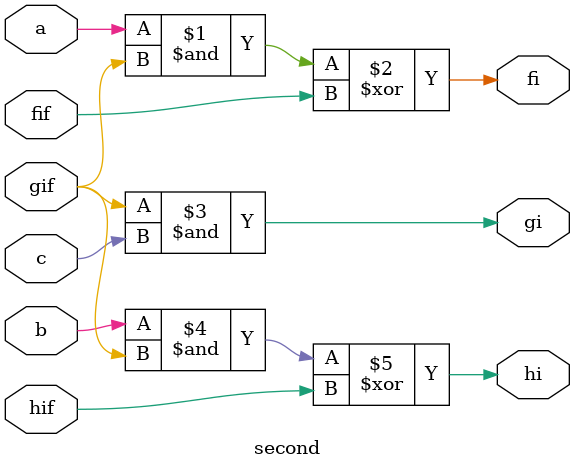
<source format=v>
`timescale 1ns / 1ps

module comparator (
    input [31:0] A,B,
    output L
);

    wire [31:0] a,b,c,fi,gi,hi;


    first f31(.A(A[31]),.B(B[31]),.a(a[31]),.b(b[31]),.c(c[31]));
    second g31(.a(a[31]),.b(b[31]),.c(c[31]),.fif(1'b0),.gif(1'b1),.hif(1'b0),.fi(fi[31]),.gi(gi[31]),.hi(hi[31]));

    genvar i;
    generate
        for (i=31 ;i>0 ;i=i-1 ) begin
            first fik(.A(A[i-1]),.B(B[i-1]),.a(a[i-1]),.b(b[i-1]),.c(c[i-1]));
            second gik(.a(a[i-1]),.b(b[i-1]),.c(c[i-1]),.fif(fi[i]),.gif(gi[i]),.hif(hi[i]),.fi(fi[i-1]),.gi(gi[i-1]),.hi(hi[i-1]));
        end
    endgenerate

    assign L = hi[0];


endmodule


module first (
    input A,B,
    output a,b,c
);
    assign a = (~B)&(A);
    assign b = (~A)&(B);
    assign c = ~(a^b);
endmodule

module second (
    input a,b,c,fif,gif,hif,
    output fi,gi,hi
);
    assign fi = (a&gif)^fif;
    assign gi = gif&c;
    assign hi = (b&gif)^hif;
endmodule
</source>
